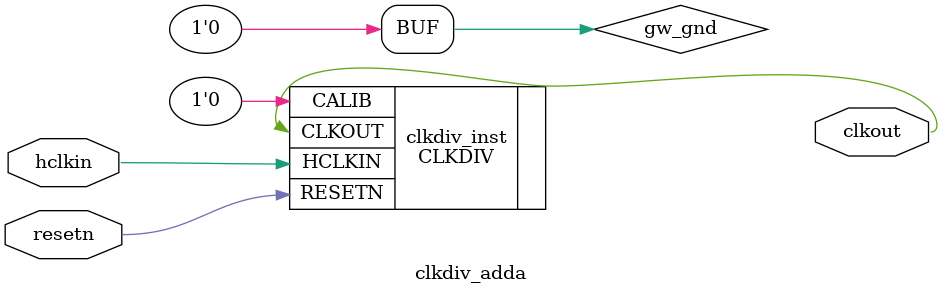
<source format=v>

module clkdiv_adda (clkout, hclkin, resetn);

output clkout;
input hclkin;
input resetn;

wire gw_gnd;

assign gw_gnd = 1'b0;

CLKDIV clkdiv_inst (
    .CLKOUT(clkout),
    .HCLKIN(hclkin),
    .RESETN(resetn),
    .CALIB(gw_gnd)
);

defparam clkdiv_inst.DIV_MODE = "2";
defparam clkdiv_inst.GSREN = "false";

endmodule //clkdiv_adda

</source>
